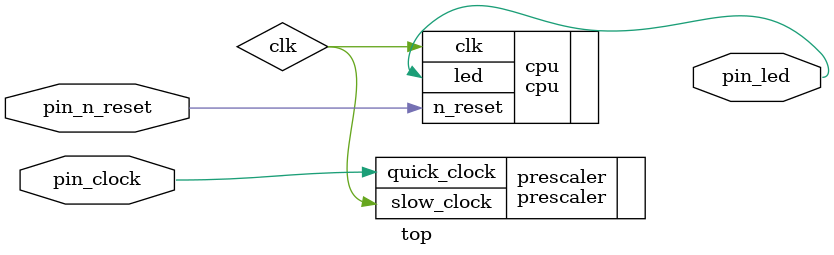
<source format=sv>
module top(
  input  logic pin_clock,    // FPGAボード上の100MHzクロック入力
  input  logic pin_n_reset,  // リセット信号（負論理：0でリセット、1で動作）
  output logic pin_led       // LED出力ピン
);
  // 内部信号: 分周後の低速クロック（1Hz）
  logic clk;

  // クロック分周器インスタンス
  // 100MHz → 1Hz に分周（100_000_000 = 100MHz / 1Hz）
  prescaler #(.RATIO(100_000_000)) prescaler(
    .quick_clock(pin_clock),  // 入力: 100MHzの高速クロック
    .slow_clock(clk)          // 出力: 1Hzの低速クロック
  );

  // LED制御CPUインスタンス
  // 1HzクロックでLEDをトグル（点滅周期: 2秒）
  cpu cpu(
    .clk(clk),                 // 入力: 1Hzクロック
    .n_reset(pin_n_reset),     // 入力: リセット信号
    .led(pin_led)              // 出力: LED制御信号
  );
endmodule

</source>
